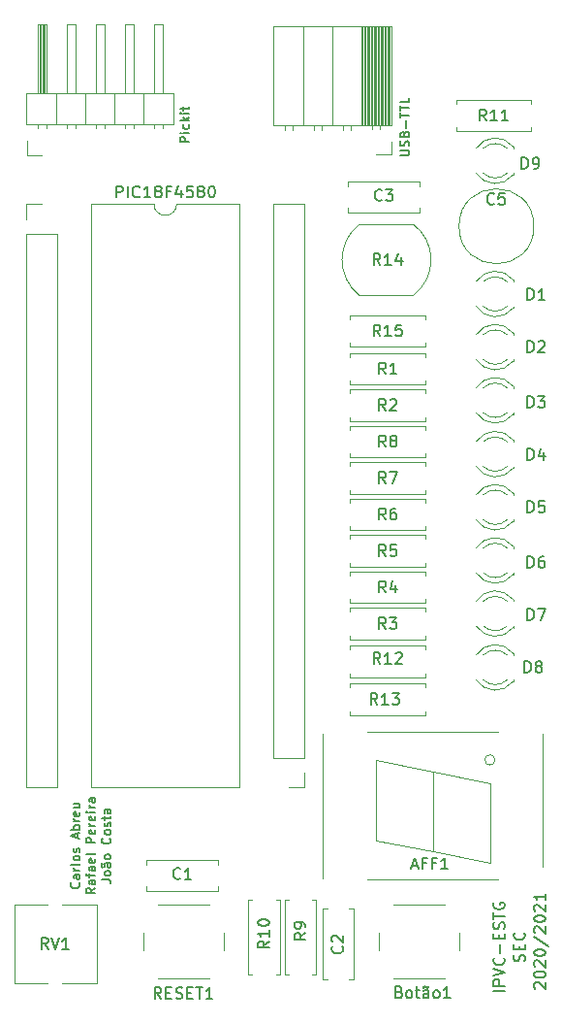
<source format=gbr>
%TF.GenerationSoftware,KiCad,Pcbnew,(5.1.7)-1*%
%TF.CreationDate,2021-01-23T22:43:51+00:00*%
%TF.ProjectId,Projeto1,50726f6a-6574-46f3-912e-6b696361645f,rev?*%
%TF.SameCoordinates,Original*%
%TF.FileFunction,Legend,Top*%
%TF.FilePolarity,Positive*%
%FSLAX46Y46*%
G04 Gerber Fmt 4.6, Leading zero omitted, Abs format (unit mm)*
G04 Created by KiCad (PCBNEW (5.1.7)-1) date 2021-01-23 22:43:51*
%MOMM*%
%LPD*%
G01*
G04 APERTURE LIST*
%ADD10C,0.150000*%
%ADD11C,0.120000*%
G04 APERTURE END LIST*
D10*
X121363714Y-138918547D02*
X121401809Y-138956642D01*
X121439904Y-139070928D01*
X121439904Y-139147119D01*
X121401809Y-139261404D01*
X121325619Y-139337595D01*
X121249428Y-139375690D01*
X121097047Y-139413785D01*
X120982761Y-139413785D01*
X120830380Y-139375690D01*
X120754190Y-139337595D01*
X120678000Y-139261404D01*
X120639904Y-139147119D01*
X120639904Y-139070928D01*
X120678000Y-138956642D01*
X120716095Y-138918547D01*
X121439904Y-138232833D02*
X121020857Y-138232833D01*
X120944666Y-138270928D01*
X120906571Y-138347119D01*
X120906571Y-138499500D01*
X120944666Y-138575690D01*
X121401809Y-138232833D02*
X121439904Y-138309023D01*
X121439904Y-138499500D01*
X121401809Y-138575690D01*
X121325619Y-138613785D01*
X121249428Y-138613785D01*
X121173238Y-138575690D01*
X121135142Y-138499500D01*
X121135142Y-138309023D01*
X121097047Y-138232833D01*
X121439904Y-137851880D02*
X120906571Y-137851880D01*
X121058952Y-137851880D02*
X120982761Y-137813785D01*
X120944666Y-137775690D01*
X120906571Y-137699500D01*
X120906571Y-137623309D01*
X121439904Y-137242357D02*
X121401809Y-137318547D01*
X121325619Y-137356642D01*
X120639904Y-137356642D01*
X121439904Y-136823309D02*
X121401809Y-136899500D01*
X121363714Y-136937595D01*
X121287523Y-136975690D01*
X121058952Y-136975690D01*
X120982761Y-136937595D01*
X120944666Y-136899500D01*
X120906571Y-136823309D01*
X120906571Y-136709023D01*
X120944666Y-136632833D01*
X120982761Y-136594738D01*
X121058952Y-136556642D01*
X121287523Y-136556642D01*
X121363714Y-136594738D01*
X121401809Y-136632833D01*
X121439904Y-136709023D01*
X121439904Y-136823309D01*
X121401809Y-136251880D02*
X121439904Y-136175690D01*
X121439904Y-136023309D01*
X121401809Y-135947119D01*
X121325619Y-135909023D01*
X121287523Y-135909023D01*
X121211333Y-135947119D01*
X121173238Y-136023309D01*
X121173238Y-136137595D01*
X121135142Y-136213785D01*
X121058952Y-136251880D01*
X121020857Y-136251880D01*
X120944666Y-136213785D01*
X120906571Y-136137595D01*
X120906571Y-136023309D01*
X120944666Y-135947119D01*
X121211333Y-134994738D02*
X121211333Y-134613785D01*
X121439904Y-135070928D02*
X120639904Y-134804261D01*
X121439904Y-134537595D01*
X121439904Y-134270928D02*
X120639904Y-134270928D01*
X120944666Y-134270928D02*
X120906571Y-134194738D01*
X120906571Y-134042357D01*
X120944666Y-133966166D01*
X120982761Y-133928071D01*
X121058952Y-133889976D01*
X121287523Y-133889976D01*
X121363714Y-133928071D01*
X121401809Y-133966166D01*
X121439904Y-134042357D01*
X121439904Y-134194738D01*
X121401809Y-134270928D01*
X121439904Y-133547119D02*
X120906571Y-133547119D01*
X121058952Y-133547119D02*
X120982761Y-133509023D01*
X120944666Y-133470928D01*
X120906571Y-133394738D01*
X120906571Y-133318547D01*
X121401809Y-132747119D02*
X121439904Y-132823309D01*
X121439904Y-132975690D01*
X121401809Y-133051880D01*
X121325619Y-133089976D01*
X121020857Y-133089976D01*
X120944666Y-133051880D01*
X120906571Y-132975690D01*
X120906571Y-132823309D01*
X120944666Y-132747119D01*
X121020857Y-132709023D01*
X121097047Y-132709023D01*
X121173238Y-133089976D01*
X120906571Y-132023309D02*
X121439904Y-132023309D01*
X120906571Y-132366166D02*
X121325619Y-132366166D01*
X121401809Y-132328071D01*
X121439904Y-132251880D01*
X121439904Y-132137595D01*
X121401809Y-132061404D01*
X121363714Y-132023309D01*
X122789904Y-139394738D02*
X122408952Y-139661404D01*
X122789904Y-139851880D02*
X121989904Y-139851880D01*
X121989904Y-139547119D01*
X122028000Y-139470928D01*
X122066095Y-139432833D01*
X122142285Y-139394738D01*
X122256571Y-139394738D01*
X122332761Y-139432833D01*
X122370857Y-139470928D01*
X122408952Y-139547119D01*
X122408952Y-139851880D01*
X122789904Y-138709023D02*
X122370857Y-138709023D01*
X122294666Y-138747119D01*
X122256571Y-138823309D01*
X122256571Y-138975690D01*
X122294666Y-139051880D01*
X122751809Y-138709023D02*
X122789904Y-138785214D01*
X122789904Y-138975690D01*
X122751809Y-139051880D01*
X122675619Y-139089976D01*
X122599428Y-139089976D01*
X122523238Y-139051880D01*
X122485142Y-138975690D01*
X122485142Y-138785214D01*
X122447047Y-138709023D01*
X122256571Y-138442357D02*
X122256571Y-138137595D01*
X122789904Y-138328071D02*
X122104190Y-138328071D01*
X122028000Y-138289976D01*
X121989904Y-138213785D01*
X121989904Y-138137595D01*
X122789904Y-137528071D02*
X122370857Y-137528071D01*
X122294666Y-137566166D01*
X122256571Y-137642357D01*
X122256571Y-137794738D01*
X122294666Y-137870928D01*
X122751809Y-137528071D02*
X122789904Y-137604261D01*
X122789904Y-137794738D01*
X122751809Y-137870928D01*
X122675619Y-137909023D01*
X122599428Y-137909023D01*
X122523238Y-137870928D01*
X122485142Y-137794738D01*
X122485142Y-137604261D01*
X122447047Y-137528071D01*
X122751809Y-136842357D02*
X122789904Y-136918547D01*
X122789904Y-137070928D01*
X122751809Y-137147119D01*
X122675619Y-137185214D01*
X122370857Y-137185214D01*
X122294666Y-137147119D01*
X122256571Y-137070928D01*
X122256571Y-136918547D01*
X122294666Y-136842357D01*
X122370857Y-136804261D01*
X122447047Y-136804261D01*
X122523238Y-137185214D01*
X122789904Y-136347119D02*
X122751809Y-136423309D01*
X122675619Y-136461404D01*
X121989904Y-136461404D01*
X122789904Y-135432833D02*
X121989904Y-135432833D01*
X121989904Y-135128071D01*
X122028000Y-135051880D01*
X122066095Y-135013785D01*
X122142285Y-134975690D01*
X122256571Y-134975690D01*
X122332761Y-135013785D01*
X122370857Y-135051880D01*
X122408952Y-135128071D01*
X122408952Y-135432833D01*
X122751809Y-134328071D02*
X122789904Y-134404261D01*
X122789904Y-134556642D01*
X122751809Y-134632833D01*
X122675619Y-134670928D01*
X122370857Y-134670928D01*
X122294666Y-134632833D01*
X122256571Y-134556642D01*
X122256571Y-134404261D01*
X122294666Y-134328071D01*
X122370857Y-134289976D01*
X122447047Y-134289976D01*
X122523238Y-134670928D01*
X122789904Y-133947119D02*
X122256571Y-133947119D01*
X122408952Y-133947119D02*
X122332761Y-133909023D01*
X122294666Y-133870928D01*
X122256571Y-133794738D01*
X122256571Y-133718547D01*
X122751809Y-133147119D02*
X122789904Y-133223309D01*
X122789904Y-133375690D01*
X122751809Y-133451880D01*
X122675619Y-133489976D01*
X122370857Y-133489976D01*
X122294666Y-133451880D01*
X122256571Y-133375690D01*
X122256571Y-133223309D01*
X122294666Y-133147119D01*
X122370857Y-133109023D01*
X122447047Y-133109023D01*
X122523238Y-133489976D01*
X122789904Y-132766166D02*
X122256571Y-132766166D01*
X121989904Y-132766166D02*
X122028000Y-132804261D01*
X122066095Y-132766166D01*
X122028000Y-132728071D01*
X121989904Y-132766166D01*
X122066095Y-132766166D01*
X122789904Y-132385214D02*
X122256571Y-132385214D01*
X122408952Y-132385214D02*
X122332761Y-132347119D01*
X122294666Y-132309023D01*
X122256571Y-132232833D01*
X122256571Y-132156642D01*
X122789904Y-131547119D02*
X122370857Y-131547119D01*
X122294666Y-131585214D01*
X122256571Y-131661404D01*
X122256571Y-131813785D01*
X122294666Y-131889976D01*
X122751809Y-131547119D02*
X122789904Y-131623309D01*
X122789904Y-131813785D01*
X122751809Y-131889976D01*
X122675619Y-131928071D01*
X122599428Y-131928071D01*
X122523238Y-131889976D01*
X122485142Y-131813785D01*
X122485142Y-131623309D01*
X122447047Y-131547119D01*
X123339904Y-138651880D02*
X123911333Y-138651880D01*
X124025619Y-138689976D01*
X124101809Y-138766166D01*
X124139904Y-138880452D01*
X124139904Y-138956642D01*
X124139904Y-138156642D02*
X124101809Y-138232833D01*
X124063714Y-138270928D01*
X123987523Y-138309023D01*
X123758952Y-138309023D01*
X123682761Y-138270928D01*
X123644666Y-138232833D01*
X123606571Y-138156642D01*
X123606571Y-138042357D01*
X123644666Y-137966166D01*
X123682761Y-137928071D01*
X123758952Y-137889976D01*
X123987523Y-137889976D01*
X124063714Y-137928071D01*
X124101809Y-137966166D01*
X124139904Y-138042357D01*
X124139904Y-138156642D01*
X124139904Y-137204261D02*
X123720857Y-137204261D01*
X123644666Y-137242357D01*
X123606571Y-137318547D01*
X123606571Y-137470928D01*
X123644666Y-137547119D01*
X124101809Y-137204261D02*
X124139904Y-137280452D01*
X124139904Y-137470928D01*
X124101809Y-137547119D01*
X124025619Y-137585214D01*
X123949428Y-137585214D01*
X123873238Y-137547119D01*
X123835142Y-137470928D01*
X123835142Y-137280452D01*
X123797047Y-137204261D01*
X123416095Y-137585214D02*
X123378000Y-137547119D01*
X123339904Y-137470928D01*
X123416095Y-137318547D01*
X123378000Y-137242357D01*
X123339904Y-137204261D01*
X124139904Y-136709023D02*
X124101809Y-136785214D01*
X124063714Y-136823309D01*
X123987523Y-136861404D01*
X123758952Y-136861404D01*
X123682761Y-136823309D01*
X123644666Y-136785214D01*
X123606571Y-136709023D01*
X123606571Y-136594738D01*
X123644666Y-136518547D01*
X123682761Y-136480452D01*
X123758952Y-136442357D01*
X123987523Y-136442357D01*
X124063714Y-136480452D01*
X124101809Y-136518547D01*
X124139904Y-136594738D01*
X124139904Y-136709023D01*
X124063714Y-135032833D02*
X124101809Y-135070928D01*
X124139904Y-135185214D01*
X124139904Y-135261404D01*
X124101809Y-135375690D01*
X124025619Y-135451880D01*
X123949428Y-135489976D01*
X123797047Y-135528071D01*
X123682761Y-135528071D01*
X123530380Y-135489976D01*
X123454190Y-135451880D01*
X123378000Y-135375690D01*
X123339904Y-135261404D01*
X123339904Y-135185214D01*
X123378000Y-135070928D01*
X123416095Y-135032833D01*
X124139904Y-134575690D02*
X124101809Y-134651880D01*
X124063714Y-134689976D01*
X123987523Y-134728071D01*
X123758952Y-134728071D01*
X123682761Y-134689976D01*
X123644666Y-134651880D01*
X123606571Y-134575690D01*
X123606571Y-134461404D01*
X123644666Y-134385214D01*
X123682761Y-134347119D01*
X123758952Y-134309023D01*
X123987523Y-134309023D01*
X124063714Y-134347119D01*
X124101809Y-134385214D01*
X124139904Y-134461404D01*
X124139904Y-134575690D01*
X124101809Y-134004261D02*
X124139904Y-133928071D01*
X124139904Y-133775690D01*
X124101809Y-133699500D01*
X124025619Y-133661404D01*
X123987523Y-133661404D01*
X123911333Y-133699500D01*
X123873238Y-133775690D01*
X123873238Y-133889976D01*
X123835142Y-133966166D01*
X123758952Y-134004261D01*
X123720857Y-134004261D01*
X123644666Y-133966166D01*
X123606571Y-133889976D01*
X123606571Y-133775690D01*
X123644666Y-133699500D01*
X123606571Y-133432833D02*
X123606571Y-133128071D01*
X123339904Y-133318547D02*
X124025619Y-133318547D01*
X124101809Y-133280452D01*
X124139904Y-133204261D01*
X124139904Y-133128071D01*
X124139904Y-132518547D02*
X123720857Y-132518547D01*
X123644666Y-132556642D01*
X123606571Y-132632833D01*
X123606571Y-132785214D01*
X123644666Y-132861404D01*
X124101809Y-132518547D02*
X124139904Y-132594738D01*
X124139904Y-132785214D01*
X124101809Y-132861404D01*
X124025619Y-132899500D01*
X123949428Y-132899500D01*
X123873238Y-132861404D01*
X123835142Y-132785214D01*
X123835142Y-132594738D01*
X123797047Y-132518547D01*
X130981404Y-74320214D02*
X130181404Y-74320214D01*
X130181404Y-74015452D01*
X130219500Y-73939261D01*
X130257595Y-73901166D01*
X130333785Y-73863071D01*
X130448071Y-73863071D01*
X130524261Y-73901166D01*
X130562357Y-73939261D01*
X130600452Y-74015452D01*
X130600452Y-74320214D01*
X130981404Y-73520214D02*
X130448071Y-73520214D01*
X130181404Y-73520214D02*
X130219500Y-73558309D01*
X130257595Y-73520214D01*
X130219500Y-73482119D01*
X130181404Y-73520214D01*
X130257595Y-73520214D01*
X130943309Y-72796404D02*
X130981404Y-72872595D01*
X130981404Y-73024976D01*
X130943309Y-73101166D01*
X130905214Y-73139261D01*
X130829023Y-73177357D01*
X130600452Y-73177357D01*
X130524261Y-73139261D01*
X130486166Y-73101166D01*
X130448071Y-73024976D01*
X130448071Y-72872595D01*
X130486166Y-72796404D01*
X130981404Y-72453547D02*
X130181404Y-72453547D01*
X130676642Y-72377357D02*
X130981404Y-72148785D01*
X130448071Y-72148785D02*
X130752833Y-72453547D01*
X130981404Y-71805928D02*
X130448071Y-71805928D01*
X130181404Y-71805928D02*
X130219500Y-71844023D01*
X130257595Y-71805928D01*
X130219500Y-71767833D01*
X130181404Y-71805928D01*
X130257595Y-71805928D01*
X130448071Y-71539261D02*
X130448071Y-71234500D01*
X130181404Y-71424976D02*
X130867119Y-71424976D01*
X130943309Y-71386880D01*
X130981404Y-71310690D01*
X130981404Y-71234500D01*
X149421904Y-75463095D02*
X150069523Y-75463095D01*
X150145714Y-75425000D01*
X150183809Y-75386904D01*
X150221904Y-75310714D01*
X150221904Y-75158333D01*
X150183809Y-75082142D01*
X150145714Y-75044047D01*
X150069523Y-75005952D01*
X149421904Y-75005952D01*
X150183809Y-74663095D02*
X150221904Y-74548809D01*
X150221904Y-74358333D01*
X150183809Y-74282142D01*
X150145714Y-74244047D01*
X150069523Y-74205952D01*
X149993333Y-74205952D01*
X149917142Y-74244047D01*
X149879047Y-74282142D01*
X149840952Y-74358333D01*
X149802857Y-74510714D01*
X149764761Y-74586904D01*
X149726666Y-74625000D01*
X149650476Y-74663095D01*
X149574285Y-74663095D01*
X149498095Y-74625000D01*
X149460000Y-74586904D01*
X149421904Y-74510714D01*
X149421904Y-74320238D01*
X149460000Y-74205952D01*
X149802857Y-73596428D02*
X149840952Y-73482142D01*
X149879047Y-73444047D01*
X149955238Y-73405952D01*
X150069523Y-73405952D01*
X150145714Y-73444047D01*
X150183809Y-73482142D01*
X150221904Y-73558333D01*
X150221904Y-73863095D01*
X149421904Y-73863095D01*
X149421904Y-73596428D01*
X149460000Y-73520238D01*
X149498095Y-73482142D01*
X149574285Y-73444047D01*
X149650476Y-73444047D01*
X149726666Y-73482142D01*
X149764761Y-73520238D01*
X149802857Y-73596428D01*
X149802857Y-73863095D01*
X149917142Y-73063095D02*
X149917142Y-72453571D01*
X149421904Y-72186904D02*
X149421904Y-71729761D01*
X150221904Y-71958333D02*
X149421904Y-71958333D01*
X149421904Y-71577380D02*
X149421904Y-71120238D01*
X150221904Y-71348809D02*
X149421904Y-71348809D01*
X150221904Y-70472619D02*
X150221904Y-70853571D01*
X149421904Y-70853571D01*
X161218619Y-148160857D02*
X161171000Y-148113238D01*
X161123380Y-148018000D01*
X161123380Y-147779904D01*
X161171000Y-147684666D01*
X161218619Y-147637047D01*
X161313857Y-147589428D01*
X161409095Y-147589428D01*
X161551952Y-147637047D01*
X162123380Y-148208476D01*
X162123380Y-147589428D01*
X161123380Y-146970380D02*
X161123380Y-146875142D01*
X161171000Y-146779904D01*
X161218619Y-146732285D01*
X161313857Y-146684666D01*
X161504333Y-146637047D01*
X161742428Y-146637047D01*
X161932904Y-146684666D01*
X162028142Y-146732285D01*
X162075761Y-146779904D01*
X162123380Y-146875142D01*
X162123380Y-146970380D01*
X162075761Y-147065619D01*
X162028142Y-147113238D01*
X161932904Y-147160857D01*
X161742428Y-147208476D01*
X161504333Y-147208476D01*
X161313857Y-147160857D01*
X161218619Y-147113238D01*
X161171000Y-147065619D01*
X161123380Y-146970380D01*
X161218619Y-146256095D02*
X161171000Y-146208476D01*
X161123380Y-146113238D01*
X161123380Y-145875142D01*
X161171000Y-145779904D01*
X161218619Y-145732285D01*
X161313857Y-145684666D01*
X161409095Y-145684666D01*
X161551952Y-145732285D01*
X162123380Y-146303714D01*
X162123380Y-145684666D01*
X161123380Y-145065619D02*
X161123380Y-144970380D01*
X161171000Y-144875142D01*
X161218619Y-144827523D01*
X161313857Y-144779904D01*
X161504333Y-144732285D01*
X161742428Y-144732285D01*
X161932904Y-144779904D01*
X162028142Y-144827523D01*
X162075761Y-144875142D01*
X162123380Y-144970380D01*
X162123380Y-145065619D01*
X162075761Y-145160857D01*
X162028142Y-145208476D01*
X161932904Y-145256095D01*
X161742428Y-145303714D01*
X161504333Y-145303714D01*
X161313857Y-145256095D01*
X161218619Y-145208476D01*
X161171000Y-145160857D01*
X161123380Y-145065619D01*
X161075761Y-143589428D02*
X162361476Y-144446571D01*
X161218619Y-143303714D02*
X161171000Y-143256095D01*
X161123380Y-143160857D01*
X161123380Y-142922761D01*
X161171000Y-142827523D01*
X161218619Y-142779904D01*
X161313857Y-142732285D01*
X161409095Y-142732285D01*
X161551952Y-142779904D01*
X162123380Y-143351333D01*
X162123380Y-142732285D01*
X161123380Y-142113238D02*
X161123380Y-142018000D01*
X161171000Y-141922761D01*
X161218619Y-141875142D01*
X161313857Y-141827523D01*
X161504333Y-141779904D01*
X161742428Y-141779904D01*
X161932904Y-141827523D01*
X162028142Y-141875142D01*
X162075761Y-141922761D01*
X162123380Y-142018000D01*
X162123380Y-142113238D01*
X162075761Y-142208476D01*
X162028142Y-142256095D01*
X161932904Y-142303714D01*
X161742428Y-142351333D01*
X161504333Y-142351333D01*
X161313857Y-142303714D01*
X161218619Y-142256095D01*
X161171000Y-142208476D01*
X161123380Y-142113238D01*
X161218619Y-141398952D02*
X161171000Y-141351333D01*
X161123380Y-141256095D01*
X161123380Y-141018000D01*
X161171000Y-140922761D01*
X161218619Y-140875142D01*
X161313857Y-140827523D01*
X161409095Y-140827523D01*
X161551952Y-140875142D01*
X162123380Y-141446571D01*
X162123380Y-140827523D01*
X162123380Y-139875142D02*
X162123380Y-140446571D01*
X162123380Y-140160857D02*
X161123380Y-140160857D01*
X161266238Y-140256095D01*
X161361476Y-140351333D01*
X161409095Y-140446571D01*
X160297761Y-145764095D02*
X160345380Y-145621238D01*
X160345380Y-145383142D01*
X160297761Y-145287904D01*
X160250142Y-145240285D01*
X160154904Y-145192666D01*
X160059666Y-145192666D01*
X159964428Y-145240285D01*
X159916809Y-145287904D01*
X159869190Y-145383142D01*
X159821571Y-145573619D01*
X159773952Y-145668857D01*
X159726333Y-145716476D01*
X159631095Y-145764095D01*
X159535857Y-145764095D01*
X159440619Y-145716476D01*
X159393000Y-145668857D01*
X159345380Y-145573619D01*
X159345380Y-145335523D01*
X159393000Y-145192666D01*
X159821571Y-144764095D02*
X159821571Y-144430761D01*
X160345380Y-144287904D02*
X160345380Y-144764095D01*
X159345380Y-144764095D01*
X159345380Y-144287904D01*
X160250142Y-143287904D02*
X160297761Y-143335523D01*
X160345380Y-143478380D01*
X160345380Y-143573619D01*
X160297761Y-143716476D01*
X160202523Y-143811714D01*
X160107285Y-143859333D01*
X159916809Y-143906952D01*
X159773952Y-143906952D01*
X159583476Y-143859333D01*
X159488238Y-143811714D01*
X159393000Y-143716476D01*
X159345380Y-143573619D01*
X159345380Y-143478380D01*
X159393000Y-143335523D01*
X159440619Y-143287904D01*
X158567380Y-148383095D02*
X157567380Y-148383095D01*
X158567380Y-147906904D02*
X157567380Y-147906904D01*
X157567380Y-147525952D01*
X157615000Y-147430714D01*
X157662619Y-147383095D01*
X157757857Y-147335476D01*
X157900714Y-147335476D01*
X157995952Y-147383095D01*
X158043571Y-147430714D01*
X158091190Y-147525952D01*
X158091190Y-147906904D01*
X157567380Y-147049761D02*
X158567380Y-146716428D01*
X157567380Y-146383095D01*
X158472142Y-145478333D02*
X158519761Y-145525952D01*
X158567380Y-145668809D01*
X158567380Y-145764047D01*
X158519761Y-145906904D01*
X158424523Y-146002142D01*
X158329285Y-146049761D01*
X158138809Y-146097380D01*
X157995952Y-146097380D01*
X157805476Y-146049761D01*
X157710238Y-146002142D01*
X157615000Y-145906904D01*
X157567380Y-145764047D01*
X157567380Y-145668809D01*
X157615000Y-145525952D01*
X157662619Y-145478333D01*
X158186428Y-145049761D02*
X158186428Y-144287857D01*
X158043571Y-143811666D02*
X158043571Y-143478333D01*
X158567380Y-143335476D02*
X158567380Y-143811666D01*
X157567380Y-143811666D01*
X157567380Y-143335476D01*
X158519761Y-142954523D02*
X158567380Y-142811666D01*
X158567380Y-142573571D01*
X158519761Y-142478333D01*
X158472142Y-142430714D01*
X158376904Y-142383095D01*
X158281666Y-142383095D01*
X158186428Y-142430714D01*
X158138809Y-142478333D01*
X158091190Y-142573571D01*
X158043571Y-142764047D01*
X157995952Y-142859285D01*
X157948333Y-142906904D01*
X157853095Y-142954523D01*
X157757857Y-142954523D01*
X157662619Y-142906904D01*
X157615000Y-142859285D01*
X157567380Y-142764047D01*
X157567380Y-142525952D01*
X157615000Y-142383095D01*
X157567380Y-142097380D02*
X157567380Y-141525952D01*
X158567380Y-141811666D02*
X157567380Y-141811666D01*
X157615000Y-140668809D02*
X157567380Y-140764047D01*
X157567380Y-140906904D01*
X157615000Y-141049761D01*
X157710238Y-141145000D01*
X157805476Y-141192619D01*
X157995952Y-141240238D01*
X158138809Y-141240238D01*
X158329285Y-141192619D01*
X158424523Y-141145000D01*
X158519761Y-141049761D01*
X158567380Y-140906904D01*
X158567380Y-140811666D01*
X158519761Y-140668809D01*
X158472142Y-140621190D01*
X158138809Y-140621190D01*
X158138809Y-140811666D01*
D11*
%TO.C,J1*%
X116780000Y-72728000D02*
X129600000Y-72728000D01*
X129600000Y-72728000D02*
X129600000Y-70068000D01*
X129600000Y-70068000D02*
X116780000Y-70068000D01*
X116780000Y-70068000D02*
X116780000Y-72728000D01*
X117730000Y-70068000D02*
X117730000Y-64068000D01*
X117730000Y-64068000D02*
X118490000Y-64068000D01*
X118490000Y-64068000D02*
X118490000Y-70068000D01*
X117790000Y-70068000D02*
X117790000Y-64068000D01*
X117910000Y-70068000D02*
X117910000Y-64068000D01*
X118030000Y-70068000D02*
X118030000Y-64068000D01*
X118150000Y-70068000D02*
X118150000Y-64068000D01*
X118270000Y-70068000D02*
X118270000Y-64068000D01*
X118390000Y-70068000D02*
X118390000Y-64068000D01*
X117730000Y-73058000D02*
X117730000Y-72728000D01*
X118490000Y-73058000D02*
X118490000Y-72728000D01*
X119380000Y-72728000D02*
X119380000Y-70068000D01*
X120270000Y-70068000D02*
X120270000Y-64068000D01*
X120270000Y-64068000D02*
X121030000Y-64068000D01*
X121030000Y-64068000D02*
X121030000Y-70068000D01*
X120270000Y-73125071D02*
X120270000Y-72728000D01*
X121030000Y-73125071D02*
X121030000Y-72728000D01*
X121920000Y-72728000D02*
X121920000Y-70068000D01*
X122810000Y-70068000D02*
X122810000Y-64068000D01*
X122810000Y-64068000D02*
X123570000Y-64068000D01*
X123570000Y-64068000D02*
X123570000Y-70068000D01*
X122810000Y-73125071D02*
X122810000Y-72728000D01*
X123570000Y-73125071D02*
X123570000Y-72728000D01*
X124460000Y-72728000D02*
X124460000Y-70068000D01*
X125350000Y-70068000D02*
X125350000Y-64068000D01*
X125350000Y-64068000D02*
X126110000Y-64068000D01*
X126110000Y-64068000D02*
X126110000Y-70068000D01*
X125350000Y-73125071D02*
X125350000Y-72728000D01*
X126110000Y-73125071D02*
X126110000Y-72728000D01*
X127000000Y-72728000D02*
X127000000Y-70068000D01*
X127890000Y-70068000D02*
X127890000Y-64068000D01*
X127890000Y-64068000D02*
X128650000Y-64068000D01*
X128650000Y-64068000D02*
X128650000Y-70068000D01*
X127890000Y-73125071D02*
X127890000Y-72728000D01*
X128650000Y-73125071D02*
X128650000Y-72728000D01*
X118110000Y-75438000D02*
X116840000Y-75438000D01*
X116840000Y-75438000D02*
X116840000Y-74168000D01*
%TO.C,J4*%
X116780000Y-130616000D02*
X119440000Y-130616000D01*
X116780000Y-82296000D02*
X116780000Y-130616000D01*
X119440000Y-82296000D02*
X119440000Y-130616000D01*
X116780000Y-82296000D02*
X119440000Y-82296000D01*
X116780000Y-81026000D02*
X116780000Y-79696000D01*
X116780000Y-79696000D02*
X118110000Y-79696000D01*
%TO.C,PIC18F4580*%
X127905000Y-79696000D02*
X122445000Y-79696000D01*
X122445000Y-79696000D02*
X122445000Y-130616000D01*
X122445000Y-130616000D02*
X135365000Y-130616000D01*
X135365000Y-130616000D02*
X135365000Y-79696000D01*
X135365000Y-79696000D02*
X129905000Y-79696000D01*
X129905000Y-79696000D02*
G75*
G02*
X127905000Y-79696000I-1000000J0D01*
G01*
%TO.C,D9*%
X159294000Y-74866000D02*
X159294000Y-74710000D01*
X159294000Y-77182000D02*
X159294000Y-77026000D01*
X156692870Y-74866163D02*
G75*
G02*
X158774961Y-74866000I1041130J-1079837D01*
G01*
X156692870Y-77025837D02*
G75*
G03*
X158774961Y-77026000I1041130J1079837D01*
G01*
X156061665Y-74867392D02*
G75*
G02*
X159294000Y-74710484I1672335J-1078608D01*
G01*
X156061665Y-77024608D02*
G75*
G03*
X159294000Y-77181516I1672335J1078608D01*
G01*
%TO.C,R14*%
X145869000Y-81482000D02*
X150569000Y-81482000D01*
X145869000Y-87682000D02*
X150569000Y-87682000D01*
X150561090Y-87687853D02*
G75*
G03*
X150569000Y-81482000I-2292090J3105853D01*
G01*
X145895796Y-81461439D02*
G75*
G03*
X145869000Y-87682000I2373204J-3120561D01*
G01*
%TO.C,R15*%
X145066000Y-89765000D02*
X145066000Y-89435000D01*
X145066000Y-89435000D02*
X151606000Y-89435000D01*
X151606000Y-89435000D02*
X151606000Y-89765000D01*
X145066000Y-91845000D02*
X145066000Y-92175000D01*
X145066000Y-92175000D02*
X151606000Y-92175000D01*
X151606000Y-92175000D02*
X151606000Y-91845000D01*
%TO.C,R13*%
X145066000Y-121896000D02*
X145066000Y-121566000D01*
X145066000Y-121566000D02*
X151606000Y-121566000D01*
X151606000Y-121566000D02*
X151606000Y-121896000D01*
X145066000Y-123976000D02*
X145066000Y-124306000D01*
X145066000Y-124306000D02*
X151606000Y-124306000D01*
X151606000Y-124306000D02*
X151606000Y-123976000D01*
%TO.C,R12*%
X145066000Y-118594000D02*
X145066000Y-118264000D01*
X145066000Y-118264000D02*
X151606000Y-118264000D01*
X151606000Y-118264000D02*
X151606000Y-118594000D01*
X145066000Y-120674000D02*
X145066000Y-121004000D01*
X145066000Y-121004000D02*
X151606000Y-121004000D01*
X151606000Y-121004000D02*
X151606000Y-120674000D01*
%TO.C,R10*%
X138581000Y-140367000D02*
X138911000Y-140367000D01*
X138911000Y-140367000D02*
X138911000Y-146907000D01*
X138911000Y-146907000D02*
X138581000Y-146907000D01*
X136501000Y-140367000D02*
X136171000Y-140367000D01*
X136171000Y-140367000D02*
X136171000Y-146907000D01*
X136171000Y-146907000D02*
X136501000Y-146907000D01*
%TO.C,R9*%
X139676000Y-146907000D02*
X139346000Y-146907000D01*
X139346000Y-146907000D02*
X139346000Y-140367000D01*
X139346000Y-140367000D02*
X139676000Y-140367000D01*
X141756000Y-146907000D02*
X142086000Y-146907000D01*
X142086000Y-146907000D02*
X142086000Y-140367000D01*
X142086000Y-140367000D02*
X141756000Y-140367000D01*
%TO.C,AFF1*%
X157720214Y-128207000D02*
G75*
G03*
X157720214Y-128207000I-447214J0D01*
G01*
X147273000Y-135207000D02*
X147273000Y-128207000D01*
X152273000Y-129207000D02*
X152273000Y-136207000D01*
X147273000Y-128207000D02*
X152273000Y-129207000D01*
X157273000Y-130207000D02*
X152273000Y-129207000D01*
X157273000Y-137207000D02*
X157273000Y-130207000D01*
X152273000Y-136207000D02*
X157273000Y-137207000D01*
X147273000Y-135207000D02*
X152273000Y-136207000D01*
X142638000Y-125907000D02*
X142638000Y-138507000D01*
X161908000Y-137507000D02*
X161908000Y-125907000D01*
X157988000Y-125797000D02*
X146558000Y-125797000D01*
X157988000Y-138617000D02*
X146558000Y-138617000D01*
%TO.C,R11*%
X160877000Y-73379000D02*
X160877000Y-73049000D01*
X154337000Y-73379000D02*
X160877000Y-73379000D01*
X154337000Y-73049000D02*
X154337000Y-73379000D01*
X160877000Y-70639000D02*
X160877000Y-70969000D01*
X154337000Y-70639000D02*
X160877000Y-70639000D01*
X154337000Y-70969000D02*
X154337000Y-70639000D01*
%TO.C,RV1*%
X122933000Y-147692000D02*
X119903000Y-147692000D01*
X118603000Y-147692000D02*
X115693000Y-147692000D01*
X122933000Y-140852000D02*
X119903000Y-140852000D01*
X118603000Y-140852000D02*
X115693000Y-140852000D01*
X122933000Y-147692000D02*
X122933000Y-140852000D01*
X115693000Y-147692000D02*
X115693000Y-140852000D01*
%TO.C,C5*%
X161111000Y-81661000D02*
G75*
G03*
X161111000Y-81661000I-3270000J0D01*
G01*
%TO.C,Bot\u00E3o1*%
X153305000Y-140807000D02*
X148805000Y-140807000D01*
X154555000Y-144807000D02*
X154555000Y-143307000D01*
X148805000Y-147307000D02*
X153305000Y-147307000D01*
X147555000Y-143307000D02*
X147555000Y-144807000D01*
%TO.C,RESET1*%
X132731000Y-140804000D02*
X128231000Y-140804000D01*
X133981000Y-144804000D02*
X133981000Y-143304000D01*
X128231000Y-147304000D02*
X132731000Y-147304000D01*
X126981000Y-143304000D02*
X126981000Y-144804000D01*
%TO.C,J3*%
X141030000Y-79696000D02*
X138370000Y-79696000D01*
X141030000Y-128016000D02*
X141030000Y-79696000D01*
X138370000Y-128016000D02*
X138370000Y-79696000D01*
X141030000Y-128016000D02*
X138370000Y-128016000D01*
X141030000Y-129286000D02*
X141030000Y-130616000D01*
X141030000Y-130616000D02*
X139700000Y-130616000D01*
%TO.C,J2*%
X148530000Y-64205000D02*
X148530000Y-72835000D01*
X148411905Y-64205000D02*
X148411905Y-72835000D01*
X148293810Y-64205000D02*
X148293810Y-72835000D01*
X148175715Y-64205000D02*
X148175715Y-72835000D01*
X148057620Y-64205000D02*
X148057620Y-72835000D01*
X147939525Y-64205000D02*
X147939525Y-72835000D01*
X147821430Y-64205000D02*
X147821430Y-72835000D01*
X147703335Y-64205000D02*
X147703335Y-72835000D01*
X147585240Y-64205000D02*
X147585240Y-72835000D01*
X147467145Y-64205000D02*
X147467145Y-72835000D01*
X147349050Y-64205000D02*
X147349050Y-72835000D01*
X147230955Y-64205000D02*
X147230955Y-72835000D01*
X147112860Y-64205000D02*
X147112860Y-72835000D01*
X146994765Y-64205000D02*
X146994765Y-72835000D01*
X146876670Y-64205000D02*
X146876670Y-72835000D01*
X146758575Y-64205000D02*
X146758575Y-72835000D01*
X146640480Y-64205000D02*
X146640480Y-72835000D01*
X146522385Y-64205000D02*
X146522385Y-72835000D01*
X146404290Y-64205000D02*
X146404290Y-72835000D01*
X146286195Y-64205000D02*
X146286195Y-72835000D01*
X146168100Y-64205000D02*
X146168100Y-72835000D01*
X147680000Y-72835000D02*
X147680000Y-73185000D01*
X146960000Y-72835000D02*
X146960000Y-73185000D01*
X145140000Y-72835000D02*
X145140000Y-73245000D01*
X144420000Y-72835000D02*
X144420000Y-73245000D01*
X142600000Y-72835000D02*
X142600000Y-73245000D01*
X141880000Y-72835000D02*
X141880000Y-73245000D01*
X140060000Y-72835000D02*
X140060000Y-73245000D01*
X139340000Y-72835000D02*
X139340000Y-73245000D01*
X146050000Y-64205000D02*
X146050000Y-72835000D01*
X143510000Y-64205000D02*
X143510000Y-72835000D01*
X140970000Y-64205000D02*
X140970000Y-72835000D01*
X148650000Y-64205000D02*
X148650000Y-72835000D01*
X148650000Y-72835000D02*
X138370000Y-72835000D01*
X138370000Y-64205000D02*
X138370000Y-72835000D01*
X148650000Y-64205000D02*
X138370000Y-64205000D01*
X148650000Y-75405000D02*
X147320000Y-75405000D01*
X148650000Y-74295000D02*
X148650000Y-75405000D01*
%TO.C,D8*%
X159294000Y-121378000D02*
X159294000Y-121222000D01*
X159294000Y-119062000D02*
X159294000Y-118906000D01*
X156692870Y-119062163D02*
G75*
G02*
X158774961Y-119062000I1041130J-1079837D01*
G01*
X156692870Y-121221837D02*
G75*
G03*
X158774961Y-121222000I1041130J1079837D01*
G01*
X156061665Y-119063392D02*
G75*
G02*
X159294000Y-118906484I1672335J-1078608D01*
G01*
X156061665Y-121220608D02*
G75*
G03*
X159294000Y-121377516I1672335J1078608D01*
G01*
%TO.C,D7*%
X159294000Y-116679000D02*
X159294000Y-116523000D01*
X159294000Y-114363000D02*
X159294000Y-114207000D01*
X156692870Y-114363163D02*
G75*
G02*
X158774961Y-114363000I1041130J-1079837D01*
G01*
X156692870Y-116522837D02*
G75*
G03*
X158774961Y-116523000I1041130J1079837D01*
G01*
X156061665Y-114364392D02*
G75*
G02*
X159294000Y-114207484I1672335J-1078608D01*
G01*
X156061665Y-116521608D02*
G75*
G03*
X159294000Y-116678516I1672335J1078608D01*
G01*
%TO.C,D6*%
X159294000Y-112044000D02*
X159294000Y-111888000D01*
X159294000Y-109728000D02*
X159294000Y-109572000D01*
X156692870Y-109728163D02*
G75*
G02*
X158774961Y-109728000I1041130J-1079837D01*
G01*
X156692870Y-111887837D02*
G75*
G03*
X158774961Y-111888000I1041130J1079837D01*
G01*
X156061665Y-109729392D02*
G75*
G02*
X159294000Y-109572484I1672335J-1078608D01*
G01*
X156061665Y-111886608D02*
G75*
G03*
X159294000Y-112043516I1672335J1078608D01*
G01*
%TO.C,D5*%
X159294000Y-107408000D02*
X159294000Y-107252000D01*
X159294000Y-105092000D02*
X159294000Y-104936000D01*
X156692870Y-105092163D02*
G75*
G02*
X158774961Y-105092000I1041130J-1079837D01*
G01*
X156692870Y-107251837D02*
G75*
G03*
X158774961Y-107252000I1041130J1079837D01*
G01*
X156061665Y-105093392D02*
G75*
G02*
X159294000Y-104936484I1672335J-1078608D01*
G01*
X156061665Y-107250608D02*
G75*
G03*
X159294000Y-107407516I1672335J1078608D01*
G01*
%TO.C,D4*%
X159294000Y-102772000D02*
X159294000Y-102616000D01*
X159294000Y-100456000D02*
X159294000Y-100300000D01*
X156692870Y-100456163D02*
G75*
G02*
X158774961Y-100456000I1041130J-1079837D01*
G01*
X156692870Y-102615837D02*
G75*
G03*
X158774961Y-102616000I1041130J1079837D01*
G01*
X156061665Y-100457392D02*
G75*
G02*
X159294000Y-100300484I1672335J-1078608D01*
G01*
X156061665Y-102614608D02*
G75*
G03*
X159294000Y-102771516I1672335J1078608D01*
G01*
%TO.C,D3*%
X159294000Y-98073500D02*
X159294000Y-97917500D01*
X159294000Y-95757500D02*
X159294000Y-95601500D01*
X156692870Y-95757663D02*
G75*
G02*
X158774961Y-95757500I1041130J-1079837D01*
G01*
X156692870Y-97917337D02*
G75*
G03*
X158774961Y-97917500I1041130J1079837D01*
G01*
X156061665Y-95758892D02*
G75*
G02*
X159294000Y-95601984I1672335J-1078608D01*
G01*
X156061665Y-97916108D02*
G75*
G03*
X159294000Y-98073016I1672335J1078608D01*
G01*
%TO.C,D2*%
X159294000Y-93438000D02*
X159294000Y-93282000D01*
X159294000Y-91122000D02*
X159294000Y-90966000D01*
X156692870Y-91122163D02*
G75*
G02*
X158774961Y-91122000I1041130J-1079837D01*
G01*
X156692870Y-93281837D02*
G75*
G03*
X158774961Y-93282000I1041130J1079837D01*
G01*
X156061665Y-91123392D02*
G75*
G02*
X159294000Y-90966484I1672335J-1078608D01*
G01*
X156061665Y-93280608D02*
G75*
G03*
X159294000Y-93437516I1672335J1078608D01*
G01*
%TO.C,D1*%
X159294000Y-88802500D02*
X159294000Y-88646500D01*
X159294000Y-86486500D02*
X159294000Y-86330500D01*
X156692870Y-86486663D02*
G75*
G02*
X158774961Y-86486500I1041130J-1079837D01*
G01*
X156692870Y-88646337D02*
G75*
G03*
X158774961Y-88646500I1041130J1079837D01*
G01*
X156061665Y-86487892D02*
G75*
G02*
X159294000Y-86330984I1672335J-1078608D01*
G01*
X156061665Y-88645108D02*
G75*
G03*
X159294000Y-88802016I1672335J1078608D01*
G01*
%TO.C,C3*%
X151115000Y-80491000D02*
X144875000Y-80491000D01*
X151115000Y-77751000D02*
X144875000Y-77751000D01*
X151115000Y-80491000D02*
X151115000Y-80046000D01*
X151115000Y-78196000D02*
X151115000Y-77751000D01*
X144875000Y-80491000D02*
X144875000Y-80046000D01*
X144875000Y-78196000D02*
X144875000Y-77751000D01*
%TO.C,R8*%
X151606000Y-101497000D02*
X151606000Y-101827000D01*
X151606000Y-101827000D02*
X145066000Y-101827000D01*
X145066000Y-101827000D02*
X145066000Y-101497000D01*
X151606000Y-99417000D02*
X151606000Y-99087000D01*
X151606000Y-99087000D02*
X145066000Y-99087000D01*
X145066000Y-99087000D02*
X145066000Y-99417000D01*
%TO.C,R7*%
X151606000Y-104672000D02*
X151606000Y-105002000D01*
X151606000Y-105002000D02*
X145066000Y-105002000D01*
X145066000Y-105002000D02*
X145066000Y-104672000D01*
X151606000Y-102592000D02*
X151606000Y-102262000D01*
X151606000Y-102262000D02*
X145066000Y-102262000D01*
X145066000Y-102262000D02*
X145066000Y-102592000D01*
%TO.C,R6*%
X151606000Y-107847000D02*
X151606000Y-108177000D01*
X151606000Y-108177000D02*
X145066000Y-108177000D01*
X145066000Y-108177000D02*
X145066000Y-107847000D01*
X151606000Y-105767000D02*
X151606000Y-105437000D01*
X151606000Y-105437000D02*
X145066000Y-105437000D01*
X145066000Y-105437000D02*
X145066000Y-105767000D01*
%TO.C,R5*%
X151606000Y-111022000D02*
X151606000Y-111352000D01*
X151606000Y-111352000D02*
X145066000Y-111352000D01*
X145066000Y-111352000D02*
X145066000Y-111022000D01*
X151606000Y-108942000D02*
X151606000Y-108612000D01*
X151606000Y-108612000D02*
X145066000Y-108612000D01*
X145066000Y-108612000D02*
X145066000Y-108942000D01*
%TO.C,R4*%
X151606000Y-114197000D02*
X151606000Y-114527000D01*
X151606000Y-114527000D02*
X145066000Y-114527000D01*
X145066000Y-114527000D02*
X145066000Y-114197000D01*
X151606000Y-112117000D02*
X151606000Y-111787000D01*
X151606000Y-111787000D02*
X145066000Y-111787000D01*
X145066000Y-111787000D02*
X145066000Y-112117000D01*
%TO.C,R3*%
X151606000Y-117372000D02*
X151606000Y-117702000D01*
X151606000Y-117702000D02*
X145066000Y-117702000D01*
X145066000Y-117702000D02*
X145066000Y-117372000D01*
X151606000Y-115292000D02*
X151606000Y-114962000D01*
X151606000Y-114962000D02*
X145066000Y-114962000D01*
X145066000Y-114962000D02*
X145066000Y-115292000D01*
%TO.C,R2*%
X151606000Y-98322000D02*
X151606000Y-98652000D01*
X151606000Y-98652000D02*
X145066000Y-98652000D01*
X145066000Y-98652000D02*
X145066000Y-98322000D01*
X151606000Y-96242000D02*
X151606000Y-95912000D01*
X151606000Y-95912000D02*
X145066000Y-95912000D01*
X145066000Y-95912000D02*
X145066000Y-96242000D01*
%TO.C,R1*%
X151606000Y-95147000D02*
X151606000Y-95477000D01*
X151606000Y-95477000D02*
X145066000Y-95477000D01*
X145066000Y-95477000D02*
X145066000Y-95147000D01*
X151606000Y-93067000D02*
X151606000Y-92737000D01*
X151606000Y-92737000D02*
X145066000Y-92737000D01*
X145066000Y-92737000D02*
X145066000Y-93067000D01*
%TO.C,C1*%
X127269000Y-136933000D02*
X133509000Y-136933000D01*
X127269000Y-139673000D02*
X133509000Y-139673000D01*
X127269000Y-136933000D02*
X127269000Y-137378000D01*
X127269000Y-139228000D02*
X127269000Y-139673000D01*
X133509000Y-136933000D02*
X133509000Y-137378000D01*
X133509000Y-139228000D02*
X133509000Y-139673000D01*
%TO.C,C2*%
X145357520Y-141139940D02*
X145357520Y-147379940D01*
X142617520Y-141139940D02*
X142617520Y-147379940D01*
X145357520Y-141139940D02*
X144912520Y-141139940D01*
X143062520Y-141139940D02*
X142617520Y-141139940D01*
X145357520Y-147379940D02*
X144912520Y-147379940D01*
X143062520Y-147379940D02*
X142617520Y-147379940D01*
%TO.C,PIC18F4580*%
D10*
X124619285Y-79148380D02*
X124619285Y-78148380D01*
X125000238Y-78148380D01*
X125095476Y-78196000D01*
X125143095Y-78243619D01*
X125190714Y-78338857D01*
X125190714Y-78481714D01*
X125143095Y-78576952D01*
X125095476Y-78624571D01*
X125000238Y-78672190D01*
X124619285Y-78672190D01*
X125619285Y-79148380D02*
X125619285Y-78148380D01*
X126666904Y-79053142D02*
X126619285Y-79100761D01*
X126476428Y-79148380D01*
X126381190Y-79148380D01*
X126238333Y-79100761D01*
X126143095Y-79005523D01*
X126095476Y-78910285D01*
X126047857Y-78719809D01*
X126047857Y-78576952D01*
X126095476Y-78386476D01*
X126143095Y-78291238D01*
X126238333Y-78196000D01*
X126381190Y-78148380D01*
X126476428Y-78148380D01*
X126619285Y-78196000D01*
X126666904Y-78243619D01*
X127619285Y-79148380D02*
X127047857Y-79148380D01*
X127333571Y-79148380D02*
X127333571Y-78148380D01*
X127238333Y-78291238D01*
X127143095Y-78386476D01*
X127047857Y-78434095D01*
X128190714Y-78576952D02*
X128095476Y-78529333D01*
X128047857Y-78481714D01*
X128000238Y-78386476D01*
X128000238Y-78338857D01*
X128047857Y-78243619D01*
X128095476Y-78196000D01*
X128190714Y-78148380D01*
X128381190Y-78148380D01*
X128476428Y-78196000D01*
X128524047Y-78243619D01*
X128571666Y-78338857D01*
X128571666Y-78386476D01*
X128524047Y-78481714D01*
X128476428Y-78529333D01*
X128381190Y-78576952D01*
X128190714Y-78576952D01*
X128095476Y-78624571D01*
X128047857Y-78672190D01*
X128000238Y-78767428D01*
X128000238Y-78957904D01*
X128047857Y-79053142D01*
X128095476Y-79100761D01*
X128190714Y-79148380D01*
X128381190Y-79148380D01*
X128476428Y-79100761D01*
X128524047Y-79053142D01*
X128571666Y-78957904D01*
X128571666Y-78767428D01*
X128524047Y-78672190D01*
X128476428Y-78624571D01*
X128381190Y-78576952D01*
X129333571Y-78624571D02*
X129000238Y-78624571D01*
X129000238Y-79148380D02*
X129000238Y-78148380D01*
X129476428Y-78148380D01*
X130285952Y-78481714D02*
X130285952Y-79148380D01*
X130047857Y-78100761D02*
X129809761Y-78815047D01*
X130428809Y-78815047D01*
X131285952Y-78148380D02*
X130809761Y-78148380D01*
X130762142Y-78624571D01*
X130809761Y-78576952D01*
X130905000Y-78529333D01*
X131143095Y-78529333D01*
X131238333Y-78576952D01*
X131285952Y-78624571D01*
X131333571Y-78719809D01*
X131333571Y-78957904D01*
X131285952Y-79053142D01*
X131238333Y-79100761D01*
X131143095Y-79148380D01*
X130905000Y-79148380D01*
X130809761Y-79100761D01*
X130762142Y-79053142D01*
X131905000Y-78576952D02*
X131809761Y-78529333D01*
X131762142Y-78481714D01*
X131714523Y-78386476D01*
X131714523Y-78338857D01*
X131762142Y-78243619D01*
X131809761Y-78196000D01*
X131905000Y-78148380D01*
X132095476Y-78148380D01*
X132190714Y-78196000D01*
X132238333Y-78243619D01*
X132285952Y-78338857D01*
X132285952Y-78386476D01*
X132238333Y-78481714D01*
X132190714Y-78529333D01*
X132095476Y-78576952D01*
X131905000Y-78576952D01*
X131809761Y-78624571D01*
X131762142Y-78672190D01*
X131714523Y-78767428D01*
X131714523Y-78957904D01*
X131762142Y-79053142D01*
X131809761Y-79100761D01*
X131905000Y-79148380D01*
X132095476Y-79148380D01*
X132190714Y-79100761D01*
X132238333Y-79053142D01*
X132285952Y-78957904D01*
X132285952Y-78767428D01*
X132238333Y-78672190D01*
X132190714Y-78624571D01*
X132095476Y-78576952D01*
X132905000Y-78148380D02*
X133000238Y-78148380D01*
X133095476Y-78196000D01*
X133143095Y-78243619D01*
X133190714Y-78338857D01*
X133238333Y-78529333D01*
X133238333Y-78767428D01*
X133190714Y-78957904D01*
X133143095Y-79053142D01*
X133095476Y-79100761D01*
X133000238Y-79148380D01*
X132905000Y-79148380D01*
X132809761Y-79100761D01*
X132762142Y-79053142D01*
X132714523Y-78957904D01*
X132666904Y-78767428D01*
X132666904Y-78529333D01*
X132714523Y-78338857D01*
X132762142Y-78243619D01*
X132809761Y-78196000D01*
X132905000Y-78148380D01*
%TO.C,D9*%
X160043904Y-76652380D02*
X160043904Y-75652380D01*
X160282000Y-75652380D01*
X160424857Y-75700000D01*
X160520095Y-75795238D01*
X160567714Y-75890476D01*
X160615333Y-76080952D01*
X160615333Y-76223809D01*
X160567714Y-76414285D01*
X160520095Y-76509523D01*
X160424857Y-76604761D01*
X160282000Y-76652380D01*
X160043904Y-76652380D01*
X161091523Y-76652380D02*
X161282000Y-76652380D01*
X161377238Y-76604761D01*
X161424857Y-76557142D01*
X161520095Y-76414285D01*
X161567714Y-76223809D01*
X161567714Y-75842857D01*
X161520095Y-75747619D01*
X161472476Y-75700000D01*
X161377238Y-75652380D01*
X161186761Y-75652380D01*
X161091523Y-75700000D01*
X161043904Y-75747619D01*
X160996285Y-75842857D01*
X160996285Y-76080952D01*
X161043904Y-76176190D01*
X161091523Y-76223809D01*
X161186761Y-76271428D01*
X161377238Y-76271428D01*
X161472476Y-76223809D01*
X161520095Y-76176190D01*
X161567714Y-76080952D01*
%TO.C,R14*%
X147693142Y-85034380D02*
X147359809Y-84558190D01*
X147121714Y-85034380D02*
X147121714Y-84034380D01*
X147502666Y-84034380D01*
X147597904Y-84082000D01*
X147645523Y-84129619D01*
X147693142Y-84224857D01*
X147693142Y-84367714D01*
X147645523Y-84462952D01*
X147597904Y-84510571D01*
X147502666Y-84558190D01*
X147121714Y-84558190D01*
X148645523Y-85034380D02*
X148074095Y-85034380D01*
X148359809Y-85034380D02*
X148359809Y-84034380D01*
X148264571Y-84177238D01*
X148169333Y-84272476D01*
X148074095Y-84320095D01*
X149502666Y-84367714D02*
X149502666Y-85034380D01*
X149264571Y-83986761D02*
X149026476Y-84701047D01*
X149645523Y-84701047D01*
%TO.C,R15*%
X147693142Y-91257380D02*
X147359809Y-90781190D01*
X147121714Y-91257380D02*
X147121714Y-90257380D01*
X147502666Y-90257380D01*
X147597904Y-90305000D01*
X147645523Y-90352619D01*
X147693142Y-90447857D01*
X147693142Y-90590714D01*
X147645523Y-90685952D01*
X147597904Y-90733571D01*
X147502666Y-90781190D01*
X147121714Y-90781190D01*
X148645523Y-91257380D02*
X148074095Y-91257380D01*
X148359809Y-91257380D02*
X148359809Y-90257380D01*
X148264571Y-90400238D01*
X148169333Y-90495476D01*
X148074095Y-90543095D01*
X149550285Y-90257380D02*
X149074095Y-90257380D01*
X149026476Y-90733571D01*
X149074095Y-90685952D01*
X149169333Y-90638333D01*
X149407428Y-90638333D01*
X149502666Y-90685952D01*
X149550285Y-90733571D01*
X149597904Y-90828809D01*
X149597904Y-91066904D01*
X149550285Y-91162142D01*
X149502666Y-91209761D01*
X149407428Y-91257380D01*
X149169333Y-91257380D01*
X149074095Y-91209761D01*
X149026476Y-91162142D01*
%TO.C,R13*%
X147439142Y-123388380D02*
X147105809Y-122912190D01*
X146867714Y-123388380D02*
X146867714Y-122388380D01*
X147248666Y-122388380D01*
X147343904Y-122436000D01*
X147391523Y-122483619D01*
X147439142Y-122578857D01*
X147439142Y-122721714D01*
X147391523Y-122816952D01*
X147343904Y-122864571D01*
X147248666Y-122912190D01*
X146867714Y-122912190D01*
X148391523Y-123388380D02*
X147820095Y-123388380D01*
X148105809Y-123388380D02*
X148105809Y-122388380D01*
X148010571Y-122531238D01*
X147915333Y-122626476D01*
X147820095Y-122674095D01*
X148724857Y-122388380D02*
X149343904Y-122388380D01*
X149010571Y-122769333D01*
X149153428Y-122769333D01*
X149248666Y-122816952D01*
X149296285Y-122864571D01*
X149343904Y-122959809D01*
X149343904Y-123197904D01*
X149296285Y-123293142D01*
X149248666Y-123340761D01*
X149153428Y-123388380D01*
X148867714Y-123388380D01*
X148772476Y-123340761D01*
X148724857Y-123293142D01*
%TO.C,R12*%
X147693142Y-119832380D02*
X147359809Y-119356190D01*
X147121714Y-119832380D02*
X147121714Y-118832380D01*
X147502666Y-118832380D01*
X147597904Y-118880000D01*
X147645523Y-118927619D01*
X147693142Y-119022857D01*
X147693142Y-119165714D01*
X147645523Y-119260952D01*
X147597904Y-119308571D01*
X147502666Y-119356190D01*
X147121714Y-119356190D01*
X148645523Y-119832380D02*
X148074095Y-119832380D01*
X148359809Y-119832380D02*
X148359809Y-118832380D01*
X148264571Y-118975238D01*
X148169333Y-119070476D01*
X148074095Y-119118095D01*
X149026476Y-118927619D02*
X149074095Y-118880000D01*
X149169333Y-118832380D01*
X149407428Y-118832380D01*
X149502666Y-118880000D01*
X149550285Y-118927619D01*
X149597904Y-119022857D01*
X149597904Y-119118095D01*
X149550285Y-119260952D01*
X148978857Y-119832380D01*
X149597904Y-119832380D01*
%TO.C,R10*%
X137993380Y-144025857D02*
X137517190Y-144359190D01*
X137993380Y-144597285D02*
X136993380Y-144597285D01*
X136993380Y-144216333D01*
X137041000Y-144121095D01*
X137088619Y-144073476D01*
X137183857Y-144025857D01*
X137326714Y-144025857D01*
X137421952Y-144073476D01*
X137469571Y-144121095D01*
X137517190Y-144216333D01*
X137517190Y-144597285D01*
X137993380Y-143073476D02*
X137993380Y-143644904D01*
X137993380Y-143359190D02*
X136993380Y-143359190D01*
X137136238Y-143454428D01*
X137231476Y-143549666D01*
X137279095Y-143644904D01*
X136993380Y-142454428D02*
X136993380Y-142359190D01*
X137041000Y-142263952D01*
X137088619Y-142216333D01*
X137183857Y-142168714D01*
X137374333Y-142121095D01*
X137612428Y-142121095D01*
X137802904Y-142168714D01*
X137898142Y-142216333D01*
X137945761Y-142263952D01*
X137993380Y-142359190D01*
X137993380Y-142454428D01*
X137945761Y-142549666D01*
X137898142Y-142597285D01*
X137802904Y-142644904D01*
X137612428Y-142692523D01*
X137374333Y-142692523D01*
X137183857Y-142644904D01*
X137088619Y-142597285D01*
X137041000Y-142549666D01*
X136993380Y-142454428D01*
%TO.C,R9*%
X141168380Y-143295666D02*
X140692190Y-143629000D01*
X141168380Y-143867095D02*
X140168380Y-143867095D01*
X140168380Y-143486142D01*
X140216000Y-143390904D01*
X140263619Y-143343285D01*
X140358857Y-143295666D01*
X140501714Y-143295666D01*
X140596952Y-143343285D01*
X140644571Y-143390904D01*
X140692190Y-143486142D01*
X140692190Y-143867095D01*
X141168380Y-142819476D02*
X141168380Y-142629000D01*
X141120761Y-142533761D01*
X141073142Y-142486142D01*
X140930285Y-142390904D01*
X140739809Y-142343285D01*
X140358857Y-142343285D01*
X140263619Y-142390904D01*
X140216000Y-142438523D01*
X140168380Y-142533761D01*
X140168380Y-142724238D01*
X140216000Y-142819476D01*
X140263619Y-142867095D01*
X140358857Y-142914714D01*
X140596952Y-142914714D01*
X140692190Y-142867095D01*
X140739809Y-142819476D01*
X140787428Y-142724238D01*
X140787428Y-142533761D01*
X140739809Y-142438523D01*
X140692190Y-142390904D01*
X140596952Y-142343285D01*
%TO.C,AFF1*%
X150447571Y-137453666D02*
X150923761Y-137453666D01*
X150352333Y-137739380D02*
X150685666Y-136739380D01*
X151019000Y-137739380D01*
X151685666Y-137215571D02*
X151352333Y-137215571D01*
X151352333Y-137739380D02*
X151352333Y-136739380D01*
X151828523Y-136739380D01*
X152542809Y-137215571D02*
X152209476Y-137215571D01*
X152209476Y-137739380D02*
X152209476Y-136739380D01*
X152685666Y-136739380D01*
X153590428Y-137739380D02*
X153019000Y-137739380D01*
X153304714Y-137739380D02*
X153304714Y-136739380D01*
X153209476Y-136882238D01*
X153114238Y-136977476D01*
X153019000Y-137025095D01*
%TO.C,R11*%
X156964142Y-72461380D02*
X156630809Y-71985190D01*
X156392714Y-72461380D02*
X156392714Y-71461380D01*
X156773666Y-71461380D01*
X156868904Y-71509000D01*
X156916523Y-71556619D01*
X156964142Y-71651857D01*
X156964142Y-71794714D01*
X156916523Y-71889952D01*
X156868904Y-71937571D01*
X156773666Y-71985190D01*
X156392714Y-71985190D01*
X157916523Y-72461380D02*
X157345095Y-72461380D01*
X157630809Y-72461380D02*
X157630809Y-71461380D01*
X157535571Y-71604238D01*
X157440333Y-71699476D01*
X157345095Y-71747095D01*
X158868904Y-72461380D02*
X158297476Y-72461380D01*
X158583190Y-72461380D02*
X158583190Y-71461380D01*
X158487952Y-71604238D01*
X158392714Y-71699476D01*
X158297476Y-71747095D01*
%TO.C,RV1*%
X118657761Y-144724380D02*
X118324428Y-144248190D01*
X118086333Y-144724380D02*
X118086333Y-143724380D01*
X118467285Y-143724380D01*
X118562523Y-143772000D01*
X118610142Y-143819619D01*
X118657761Y-143914857D01*
X118657761Y-144057714D01*
X118610142Y-144152952D01*
X118562523Y-144200571D01*
X118467285Y-144248190D01*
X118086333Y-144248190D01*
X118943476Y-143724380D02*
X119276809Y-144724380D01*
X119610142Y-143724380D01*
X120467285Y-144724380D02*
X119895857Y-144724380D01*
X120181571Y-144724380D02*
X120181571Y-143724380D01*
X120086333Y-143867238D01*
X119991095Y-143962476D01*
X119895857Y-144010095D01*
%TO.C,C5*%
X157630833Y-79668642D02*
X157583214Y-79716261D01*
X157440357Y-79763880D01*
X157345119Y-79763880D01*
X157202261Y-79716261D01*
X157107023Y-79621023D01*
X157059404Y-79525785D01*
X157011785Y-79335309D01*
X157011785Y-79192452D01*
X157059404Y-79001976D01*
X157107023Y-78906738D01*
X157202261Y-78811500D01*
X157345119Y-78763880D01*
X157440357Y-78763880D01*
X157583214Y-78811500D01*
X157630833Y-78859119D01*
X158535595Y-78763880D02*
X158059404Y-78763880D01*
X158011785Y-79240071D01*
X158059404Y-79192452D01*
X158154642Y-79144833D01*
X158392738Y-79144833D01*
X158487976Y-79192452D01*
X158535595Y-79240071D01*
X158583214Y-79335309D01*
X158583214Y-79573404D01*
X158535595Y-79668642D01*
X158487976Y-79716261D01*
X158392738Y-79763880D01*
X158154642Y-79763880D01*
X158059404Y-79716261D01*
X158011785Y-79668642D01*
%TO.C,Bot\u00E3o1*%
X149336380Y-148458071D02*
X149479238Y-148505690D01*
X149526857Y-148553309D01*
X149574476Y-148648547D01*
X149574476Y-148791404D01*
X149526857Y-148886642D01*
X149479238Y-148934261D01*
X149384000Y-148981880D01*
X149003047Y-148981880D01*
X149003047Y-147981880D01*
X149336380Y-147981880D01*
X149431619Y-148029500D01*
X149479238Y-148077119D01*
X149526857Y-148172357D01*
X149526857Y-148267595D01*
X149479238Y-148362833D01*
X149431619Y-148410452D01*
X149336380Y-148458071D01*
X149003047Y-148458071D01*
X150145904Y-148981880D02*
X150050666Y-148934261D01*
X150003047Y-148886642D01*
X149955428Y-148791404D01*
X149955428Y-148505690D01*
X150003047Y-148410452D01*
X150050666Y-148362833D01*
X150145904Y-148315214D01*
X150288761Y-148315214D01*
X150384000Y-148362833D01*
X150431619Y-148410452D01*
X150479238Y-148505690D01*
X150479238Y-148791404D01*
X150431619Y-148886642D01*
X150384000Y-148934261D01*
X150288761Y-148981880D01*
X150145904Y-148981880D01*
X150764952Y-148315214D02*
X151145904Y-148315214D01*
X150907809Y-147981880D02*
X150907809Y-148839023D01*
X150955428Y-148934261D01*
X151050666Y-148981880D01*
X151145904Y-148981880D01*
X151907809Y-148981880D02*
X151907809Y-148458071D01*
X151860190Y-148362833D01*
X151764952Y-148315214D01*
X151574476Y-148315214D01*
X151479238Y-148362833D01*
X151907809Y-148934261D02*
X151812571Y-148981880D01*
X151574476Y-148981880D01*
X151479238Y-148934261D01*
X151431619Y-148839023D01*
X151431619Y-148743785D01*
X151479238Y-148648547D01*
X151574476Y-148600928D01*
X151812571Y-148600928D01*
X151907809Y-148553309D01*
X151431619Y-148077119D02*
X151479238Y-148029500D01*
X151574476Y-147981880D01*
X151764952Y-148077119D01*
X151860190Y-148029500D01*
X151907809Y-147981880D01*
X152526857Y-148981880D02*
X152431619Y-148934261D01*
X152384000Y-148886642D01*
X152336380Y-148791404D01*
X152336380Y-148505690D01*
X152384000Y-148410452D01*
X152431619Y-148362833D01*
X152526857Y-148315214D01*
X152669714Y-148315214D01*
X152764952Y-148362833D01*
X152812571Y-148410452D01*
X152860190Y-148505690D01*
X152860190Y-148791404D01*
X152812571Y-148886642D01*
X152764952Y-148934261D01*
X152669714Y-148981880D01*
X152526857Y-148981880D01*
X153812571Y-148981880D02*
X153241142Y-148981880D01*
X153526857Y-148981880D02*
X153526857Y-147981880D01*
X153431619Y-148124738D01*
X153336380Y-148219976D01*
X153241142Y-148267595D01*
%TO.C,RESET1*%
X128552428Y-149042380D02*
X128219095Y-148566190D01*
X127981000Y-149042380D02*
X127981000Y-148042380D01*
X128361952Y-148042380D01*
X128457190Y-148090000D01*
X128504809Y-148137619D01*
X128552428Y-148232857D01*
X128552428Y-148375714D01*
X128504809Y-148470952D01*
X128457190Y-148518571D01*
X128361952Y-148566190D01*
X127981000Y-148566190D01*
X128981000Y-148518571D02*
X129314333Y-148518571D01*
X129457190Y-149042380D02*
X128981000Y-149042380D01*
X128981000Y-148042380D01*
X129457190Y-148042380D01*
X129838142Y-148994761D02*
X129981000Y-149042380D01*
X130219095Y-149042380D01*
X130314333Y-148994761D01*
X130361952Y-148947142D01*
X130409571Y-148851904D01*
X130409571Y-148756666D01*
X130361952Y-148661428D01*
X130314333Y-148613809D01*
X130219095Y-148566190D01*
X130028619Y-148518571D01*
X129933380Y-148470952D01*
X129885761Y-148423333D01*
X129838142Y-148328095D01*
X129838142Y-148232857D01*
X129885761Y-148137619D01*
X129933380Y-148090000D01*
X130028619Y-148042380D01*
X130266714Y-148042380D01*
X130409571Y-148090000D01*
X130838142Y-148518571D02*
X131171476Y-148518571D01*
X131314333Y-149042380D02*
X130838142Y-149042380D01*
X130838142Y-148042380D01*
X131314333Y-148042380D01*
X131600047Y-148042380D02*
X132171476Y-148042380D01*
X131885761Y-149042380D02*
X131885761Y-148042380D01*
X133028619Y-149042380D02*
X132457190Y-149042380D01*
X132742904Y-149042380D02*
X132742904Y-148042380D01*
X132647666Y-148185238D01*
X132552428Y-148280476D01*
X132457190Y-148328095D01*
%TO.C,D8*%
X160297904Y-120594380D02*
X160297904Y-119594380D01*
X160536000Y-119594380D01*
X160678857Y-119642000D01*
X160774095Y-119737238D01*
X160821714Y-119832476D01*
X160869333Y-120022952D01*
X160869333Y-120165809D01*
X160821714Y-120356285D01*
X160774095Y-120451523D01*
X160678857Y-120546761D01*
X160536000Y-120594380D01*
X160297904Y-120594380D01*
X161440761Y-120022952D02*
X161345523Y-119975333D01*
X161297904Y-119927714D01*
X161250285Y-119832476D01*
X161250285Y-119784857D01*
X161297904Y-119689619D01*
X161345523Y-119642000D01*
X161440761Y-119594380D01*
X161631238Y-119594380D01*
X161726476Y-119642000D01*
X161774095Y-119689619D01*
X161821714Y-119784857D01*
X161821714Y-119832476D01*
X161774095Y-119927714D01*
X161726476Y-119975333D01*
X161631238Y-120022952D01*
X161440761Y-120022952D01*
X161345523Y-120070571D01*
X161297904Y-120118190D01*
X161250285Y-120213428D01*
X161250285Y-120403904D01*
X161297904Y-120499142D01*
X161345523Y-120546761D01*
X161440761Y-120594380D01*
X161631238Y-120594380D01*
X161726476Y-120546761D01*
X161774095Y-120499142D01*
X161821714Y-120403904D01*
X161821714Y-120213428D01*
X161774095Y-120118190D01*
X161726476Y-120070571D01*
X161631238Y-120022952D01*
%TO.C,D7*%
X160551904Y-116022380D02*
X160551904Y-115022380D01*
X160790000Y-115022380D01*
X160932857Y-115070000D01*
X161028095Y-115165238D01*
X161075714Y-115260476D01*
X161123333Y-115450952D01*
X161123333Y-115593809D01*
X161075714Y-115784285D01*
X161028095Y-115879523D01*
X160932857Y-115974761D01*
X160790000Y-116022380D01*
X160551904Y-116022380D01*
X161456666Y-115022380D02*
X162123333Y-115022380D01*
X161694761Y-116022380D01*
%TO.C,D6*%
X160551904Y-111450880D02*
X160551904Y-110450880D01*
X160790000Y-110450880D01*
X160932857Y-110498500D01*
X161028095Y-110593738D01*
X161075714Y-110688976D01*
X161123333Y-110879452D01*
X161123333Y-111022309D01*
X161075714Y-111212785D01*
X161028095Y-111308023D01*
X160932857Y-111403261D01*
X160790000Y-111450880D01*
X160551904Y-111450880D01*
X161980476Y-110450880D02*
X161790000Y-110450880D01*
X161694761Y-110498500D01*
X161647142Y-110546119D01*
X161551904Y-110688976D01*
X161504285Y-110879452D01*
X161504285Y-111260404D01*
X161551904Y-111355642D01*
X161599523Y-111403261D01*
X161694761Y-111450880D01*
X161885238Y-111450880D01*
X161980476Y-111403261D01*
X162028095Y-111355642D01*
X162075714Y-111260404D01*
X162075714Y-111022309D01*
X162028095Y-110927071D01*
X161980476Y-110879452D01*
X161885238Y-110831833D01*
X161694761Y-110831833D01*
X161599523Y-110879452D01*
X161551904Y-110927071D01*
X161504285Y-111022309D01*
%TO.C,D5*%
X160551904Y-106624380D02*
X160551904Y-105624380D01*
X160790000Y-105624380D01*
X160932857Y-105672000D01*
X161028095Y-105767238D01*
X161075714Y-105862476D01*
X161123333Y-106052952D01*
X161123333Y-106195809D01*
X161075714Y-106386285D01*
X161028095Y-106481523D01*
X160932857Y-106576761D01*
X160790000Y-106624380D01*
X160551904Y-106624380D01*
X162028095Y-105624380D02*
X161551904Y-105624380D01*
X161504285Y-106100571D01*
X161551904Y-106052952D01*
X161647142Y-106005333D01*
X161885238Y-106005333D01*
X161980476Y-106052952D01*
X162028095Y-106100571D01*
X162075714Y-106195809D01*
X162075714Y-106433904D01*
X162028095Y-106529142D01*
X161980476Y-106576761D01*
X161885238Y-106624380D01*
X161647142Y-106624380D01*
X161551904Y-106576761D01*
X161504285Y-106529142D01*
%TO.C,D4*%
X160551904Y-102051880D02*
X160551904Y-101051880D01*
X160790000Y-101051880D01*
X160932857Y-101099500D01*
X161028095Y-101194738D01*
X161075714Y-101289976D01*
X161123333Y-101480452D01*
X161123333Y-101623309D01*
X161075714Y-101813785D01*
X161028095Y-101909023D01*
X160932857Y-102004261D01*
X160790000Y-102051880D01*
X160551904Y-102051880D01*
X161980476Y-101385214D02*
X161980476Y-102051880D01*
X161742380Y-101004261D02*
X161504285Y-101718547D01*
X162123333Y-101718547D01*
%TO.C,D3*%
X160551904Y-97480380D02*
X160551904Y-96480380D01*
X160790000Y-96480380D01*
X160932857Y-96528000D01*
X161028095Y-96623238D01*
X161075714Y-96718476D01*
X161123333Y-96908952D01*
X161123333Y-97051809D01*
X161075714Y-97242285D01*
X161028095Y-97337523D01*
X160932857Y-97432761D01*
X160790000Y-97480380D01*
X160551904Y-97480380D01*
X161456666Y-96480380D02*
X162075714Y-96480380D01*
X161742380Y-96861333D01*
X161885238Y-96861333D01*
X161980476Y-96908952D01*
X162028095Y-96956571D01*
X162075714Y-97051809D01*
X162075714Y-97289904D01*
X162028095Y-97385142D01*
X161980476Y-97432761D01*
X161885238Y-97480380D01*
X161599523Y-97480380D01*
X161504285Y-97432761D01*
X161456666Y-97385142D01*
%TO.C,D2*%
X160551904Y-92654380D02*
X160551904Y-91654380D01*
X160790000Y-91654380D01*
X160932857Y-91702000D01*
X161028095Y-91797238D01*
X161075714Y-91892476D01*
X161123333Y-92082952D01*
X161123333Y-92225809D01*
X161075714Y-92416285D01*
X161028095Y-92511523D01*
X160932857Y-92606761D01*
X160790000Y-92654380D01*
X160551904Y-92654380D01*
X161504285Y-91749619D02*
X161551904Y-91702000D01*
X161647142Y-91654380D01*
X161885238Y-91654380D01*
X161980476Y-91702000D01*
X162028095Y-91749619D01*
X162075714Y-91844857D01*
X162075714Y-91940095D01*
X162028095Y-92082952D01*
X161456666Y-92654380D01*
X162075714Y-92654380D01*
%TO.C,D1*%
X160551904Y-88082380D02*
X160551904Y-87082380D01*
X160790000Y-87082380D01*
X160932857Y-87130000D01*
X161028095Y-87225238D01*
X161075714Y-87320476D01*
X161123333Y-87510952D01*
X161123333Y-87653809D01*
X161075714Y-87844285D01*
X161028095Y-87939523D01*
X160932857Y-88034761D01*
X160790000Y-88082380D01*
X160551904Y-88082380D01*
X162075714Y-88082380D02*
X161504285Y-88082380D01*
X161790000Y-88082380D02*
X161790000Y-87082380D01*
X161694761Y-87225238D01*
X161599523Y-87320476D01*
X161504285Y-87368095D01*
%TO.C,C3*%
X147828333Y-79351142D02*
X147780714Y-79398761D01*
X147637857Y-79446380D01*
X147542619Y-79446380D01*
X147399761Y-79398761D01*
X147304523Y-79303523D01*
X147256904Y-79208285D01*
X147209285Y-79017809D01*
X147209285Y-78874952D01*
X147256904Y-78684476D01*
X147304523Y-78589238D01*
X147399761Y-78494000D01*
X147542619Y-78446380D01*
X147637857Y-78446380D01*
X147780714Y-78494000D01*
X147828333Y-78541619D01*
X148161666Y-78446380D02*
X148780714Y-78446380D01*
X148447380Y-78827333D01*
X148590238Y-78827333D01*
X148685476Y-78874952D01*
X148733095Y-78922571D01*
X148780714Y-79017809D01*
X148780714Y-79255904D01*
X148733095Y-79351142D01*
X148685476Y-79398761D01*
X148590238Y-79446380D01*
X148304523Y-79446380D01*
X148209285Y-79398761D01*
X148161666Y-79351142D01*
%TO.C,R8*%
X148169333Y-100909380D02*
X147836000Y-100433190D01*
X147597904Y-100909380D02*
X147597904Y-99909380D01*
X147978857Y-99909380D01*
X148074095Y-99957000D01*
X148121714Y-100004619D01*
X148169333Y-100099857D01*
X148169333Y-100242714D01*
X148121714Y-100337952D01*
X148074095Y-100385571D01*
X147978857Y-100433190D01*
X147597904Y-100433190D01*
X148740761Y-100337952D02*
X148645523Y-100290333D01*
X148597904Y-100242714D01*
X148550285Y-100147476D01*
X148550285Y-100099857D01*
X148597904Y-100004619D01*
X148645523Y-99957000D01*
X148740761Y-99909380D01*
X148931238Y-99909380D01*
X149026476Y-99957000D01*
X149074095Y-100004619D01*
X149121714Y-100099857D01*
X149121714Y-100147476D01*
X149074095Y-100242714D01*
X149026476Y-100290333D01*
X148931238Y-100337952D01*
X148740761Y-100337952D01*
X148645523Y-100385571D01*
X148597904Y-100433190D01*
X148550285Y-100528428D01*
X148550285Y-100718904D01*
X148597904Y-100814142D01*
X148645523Y-100861761D01*
X148740761Y-100909380D01*
X148931238Y-100909380D01*
X149026476Y-100861761D01*
X149074095Y-100814142D01*
X149121714Y-100718904D01*
X149121714Y-100528428D01*
X149074095Y-100433190D01*
X149026476Y-100385571D01*
X148931238Y-100337952D01*
%TO.C,R7*%
X148169333Y-104084380D02*
X147836000Y-103608190D01*
X147597904Y-104084380D02*
X147597904Y-103084380D01*
X147978857Y-103084380D01*
X148074095Y-103132000D01*
X148121714Y-103179619D01*
X148169333Y-103274857D01*
X148169333Y-103417714D01*
X148121714Y-103512952D01*
X148074095Y-103560571D01*
X147978857Y-103608190D01*
X147597904Y-103608190D01*
X148502666Y-103084380D02*
X149169333Y-103084380D01*
X148740761Y-104084380D01*
%TO.C,R6*%
X148169333Y-107259380D02*
X147836000Y-106783190D01*
X147597904Y-107259380D02*
X147597904Y-106259380D01*
X147978857Y-106259380D01*
X148074095Y-106307000D01*
X148121714Y-106354619D01*
X148169333Y-106449857D01*
X148169333Y-106592714D01*
X148121714Y-106687952D01*
X148074095Y-106735571D01*
X147978857Y-106783190D01*
X147597904Y-106783190D01*
X149026476Y-106259380D02*
X148836000Y-106259380D01*
X148740761Y-106307000D01*
X148693142Y-106354619D01*
X148597904Y-106497476D01*
X148550285Y-106687952D01*
X148550285Y-107068904D01*
X148597904Y-107164142D01*
X148645523Y-107211761D01*
X148740761Y-107259380D01*
X148931238Y-107259380D01*
X149026476Y-107211761D01*
X149074095Y-107164142D01*
X149121714Y-107068904D01*
X149121714Y-106830809D01*
X149074095Y-106735571D01*
X149026476Y-106687952D01*
X148931238Y-106640333D01*
X148740761Y-106640333D01*
X148645523Y-106687952D01*
X148597904Y-106735571D01*
X148550285Y-106830809D01*
%TO.C,R5*%
X148169333Y-110434380D02*
X147836000Y-109958190D01*
X147597904Y-110434380D02*
X147597904Y-109434380D01*
X147978857Y-109434380D01*
X148074095Y-109482000D01*
X148121714Y-109529619D01*
X148169333Y-109624857D01*
X148169333Y-109767714D01*
X148121714Y-109862952D01*
X148074095Y-109910571D01*
X147978857Y-109958190D01*
X147597904Y-109958190D01*
X149074095Y-109434380D02*
X148597904Y-109434380D01*
X148550285Y-109910571D01*
X148597904Y-109862952D01*
X148693142Y-109815333D01*
X148931238Y-109815333D01*
X149026476Y-109862952D01*
X149074095Y-109910571D01*
X149121714Y-110005809D01*
X149121714Y-110243904D01*
X149074095Y-110339142D01*
X149026476Y-110386761D01*
X148931238Y-110434380D01*
X148693142Y-110434380D01*
X148597904Y-110386761D01*
X148550285Y-110339142D01*
%TO.C,R4*%
X148169333Y-113609380D02*
X147836000Y-113133190D01*
X147597904Y-113609380D02*
X147597904Y-112609380D01*
X147978857Y-112609380D01*
X148074095Y-112657000D01*
X148121714Y-112704619D01*
X148169333Y-112799857D01*
X148169333Y-112942714D01*
X148121714Y-113037952D01*
X148074095Y-113085571D01*
X147978857Y-113133190D01*
X147597904Y-113133190D01*
X149026476Y-112942714D02*
X149026476Y-113609380D01*
X148788380Y-112561761D02*
X148550285Y-113276047D01*
X149169333Y-113276047D01*
%TO.C,R3*%
X148169333Y-116784380D02*
X147836000Y-116308190D01*
X147597904Y-116784380D02*
X147597904Y-115784380D01*
X147978857Y-115784380D01*
X148074095Y-115832000D01*
X148121714Y-115879619D01*
X148169333Y-115974857D01*
X148169333Y-116117714D01*
X148121714Y-116212952D01*
X148074095Y-116260571D01*
X147978857Y-116308190D01*
X147597904Y-116308190D01*
X148502666Y-115784380D02*
X149121714Y-115784380D01*
X148788380Y-116165333D01*
X148931238Y-116165333D01*
X149026476Y-116212952D01*
X149074095Y-116260571D01*
X149121714Y-116355809D01*
X149121714Y-116593904D01*
X149074095Y-116689142D01*
X149026476Y-116736761D01*
X148931238Y-116784380D01*
X148645523Y-116784380D01*
X148550285Y-116736761D01*
X148502666Y-116689142D01*
%TO.C,R2*%
X148169333Y-97734380D02*
X147836000Y-97258190D01*
X147597904Y-97734380D02*
X147597904Y-96734380D01*
X147978857Y-96734380D01*
X148074095Y-96782000D01*
X148121714Y-96829619D01*
X148169333Y-96924857D01*
X148169333Y-97067714D01*
X148121714Y-97162952D01*
X148074095Y-97210571D01*
X147978857Y-97258190D01*
X147597904Y-97258190D01*
X148550285Y-96829619D02*
X148597904Y-96782000D01*
X148693142Y-96734380D01*
X148931238Y-96734380D01*
X149026476Y-96782000D01*
X149074095Y-96829619D01*
X149121714Y-96924857D01*
X149121714Y-97020095D01*
X149074095Y-97162952D01*
X148502666Y-97734380D01*
X149121714Y-97734380D01*
%TO.C,R1*%
X148169333Y-94559380D02*
X147836000Y-94083190D01*
X147597904Y-94559380D02*
X147597904Y-93559380D01*
X147978857Y-93559380D01*
X148074095Y-93607000D01*
X148121714Y-93654619D01*
X148169333Y-93749857D01*
X148169333Y-93892714D01*
X148121714Y-93987952D01*
X148074095Y-94035571D01*
X147978857Y-94083190D01*
X147597904Y-94083190D01*
X149121714Y-94559380D02*
X148550285Y-94559380D01*
X148836000Y-94559380D02*
X148836000Y-93559380D01*
X148740761Y-93702238D01*
X148645523Y-93797476D01*
X148550285Y-93845095D01*
%TO.C,C1*%
X130222333Y-138533142D02*
X130174714Y-138580761D01*
X130031857Y-138628380D01*
X129936619Y-138628380D01*
X129793761Y-138580761D01*
X129698523Y-138485523D01*
X129650904Y-138390285D01*
X129603285Y-138199809D01*
X129603285Y-138056952D01*
X129650904Y-137866476D01*
X129698523Y-137771238D01*
X129793761Y-137676000D01*
X129936619Y-137628380D01*
X130031857Y-137628380D01*
X130174714Y-137676000D01*
X130222333Y-137723619D01*
X131174714Y-138628380D02*
X130603285Y-138628380D01*
X130889000Y-138628380D02*
X130889000Y-137628380D01*
X130793761Y-137771238D01*
X130698523Y-137866476D01*
X130603285Y-137914095D01*
%TO.C,C2*%
X144344662Y-144466606D02*
X144392281Y-144514225D01*
X144439900Y-144657082D01*
X144439900Y-144752320D01*
X144392281Y-144895178D01*
X144297043Y-144990416D01*
X144201805Y-145038035D01*
X144011329Y-145085654D01*
X143868472Y-145085654D01*
X143677996Y-145038035D01*
X143582758Y-144990416D01*
X143487520Y-144895178D01*
X143439900Y-144752320D01*
X143439900Y-144657082D01*
X143487520Y-144514225D01*
X143535139Y-144466606D01*
X143535139Y-144085654D02*
X143487520Y-144038035D01*
X143439900Y-143942797D01*
X143439900Y-143704701D01*
X143487520Y-143609463D01*
X143535139Y-143561844D01*
X143630377Y-143514225D01*
X143725615Y-143514225D01*
X143868472Y-143561844D01*
X144439900Y-144133273D01*
X144439900Y-143514225D01*
%TD*%
M02*

</source>
